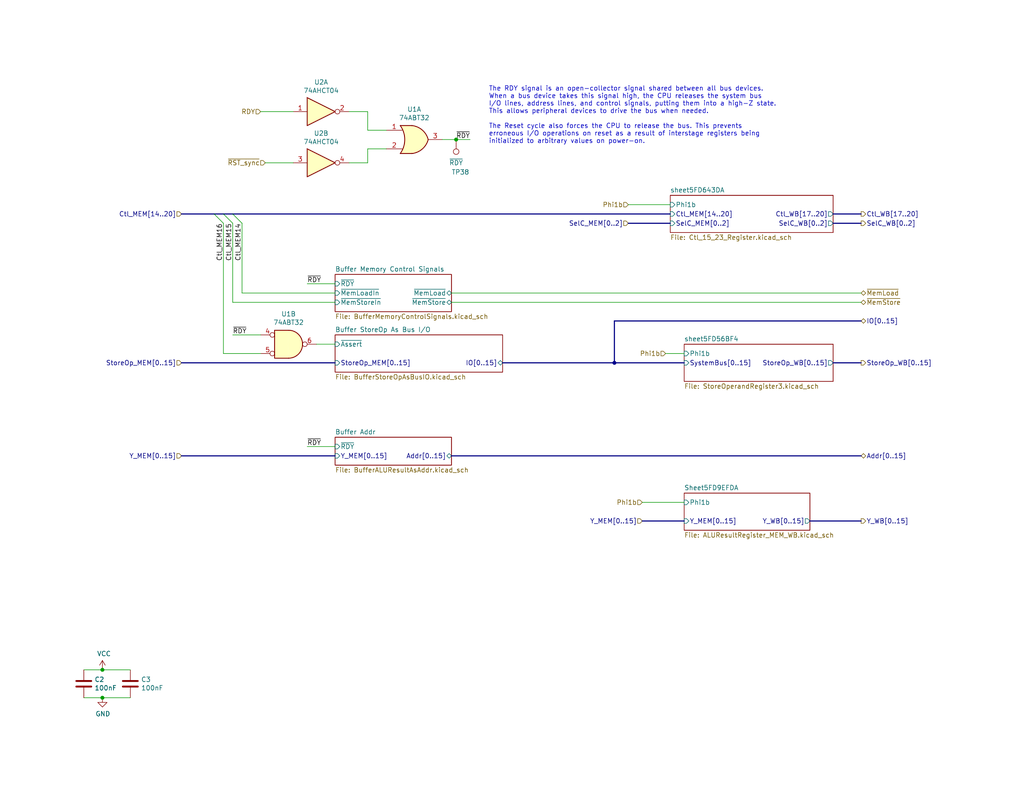
<source format=kicad_sch>
(kicad_sch (version 20230121) (generator eeschema)
  (paper "USLetter")
  (title_block (title "MEM") (date "2023-04-01") (rev "A") (comment 1 "place bus lines into tristate and halt the Phi1 clock.") (comment 2 "Devices on the bus may take the open-collector ~RDY~ signal high to force the CPU to") (comment 3 "These devices connect to the main board via a connector described in another sheet.") (comment 4 "The MEM stage interfaces with memory and memory-mapped peripherals."))
  (lib_symbols
    (symbol "74xx:74LS04"
      (property "Reference" "U" (at 0 1.27 0))
      (property "Value" "74LS04" (at 0 -1.27 0))
      (symbol "74LS04_1_0"
        (polyline (pts (xy -3.81 3.81) (xy -3.81 -3.81) (xy 3.81 0) (xy -3.81 3.81)) (stroke (width 0.254)) (fill (type background)))
        (pin input line (at -7.62 0 0) (length 3.81) (name "~") (number "1"))
        (pin output inverted (at 7.62 0 180) (length 3.81) (name "~") (number "2"))
      )
      (symbol "74LS04_2_0"
        (polyline (pts (xy -3.81 3.81) (xy -3.81 -3.81) (xy 3.81 0) (xy -3.81 3.81)) (stroke (width 0.254)) (fill (type background)))
        (pin input line (at -7.62 0 0) (length 3.81) (name "~") (number "3"))
        (pin output inverted (at 7.62 0 180) (length 3.81) (name "~") (number "4"))
      )
      (symbol "74LS04_3_0"
        (polyline (pts (xy -3.81 3.81) (xy -3.81 -3.81) (xy 3.81 0) (xy -3.81 3.81)) (stroke (width 0.254)) (fill (type background)))
        (pin input line (at -7.62 0 0) (length 3.81) (name "~") (number "5"))
        (pin output inverted (at 7.62 0 180) (length 3.81) (name "~") (number "6"))
      )
      (symbol "74LS04_4_0"
        (polyline (pts (xy -3.81 3.81) (xy -3.81 -3.81) (xy 3.81 0) (xy -3.81 3.81)) (stroke (width 0.254)) (fill (type background)))
        (pin output inverted (at 7.62 0 180) (length 3.81) (name "~") (number "8"))
        (pin input line (at -7.62 0 0) (length 3.81) (name "~") (number "9"))
      )
      (symbol "74LS04_5_0"
        (polyline (pts (xy -3.81 3.81) (xy -3.81 -3.81) (xy 3.81 0) (xy -3.81 3.81)) (stroke (width 0.254)) (fill (type background)))
        (pin output inverted (at 7.62 0 180) (length 3.81) (name "~") (number "10"))
        (pin input line (at -7.62 0 0) (length 3.81) (name "~") (number "11"))
      )
      (symbol "74LS04_6_0"
        (polyline (pts (xy -3.81 3.81) (xy -3.81 -3.81) (xy 3.81 0) (xy -3.81 3.81)) (stroke (width 0.254)) (fill (type background)))
        (pin output inverted (at 7.62 0 180) (length 3.81) (name "~") (number "12"))
        (pin input line (at -7.62 0 0) (length 3.81) (name "~") (number "13"))
      )
      (symbol "74LS04_7_0"
        (pin power_in line (at 0 12.7 270) (length 5.08) (name "VCC") (number "14"))
        (pin power_in line (at 0 -12.7 90) (length 5.08) (name "GND") (number "7"))
      )
      (symbol "74LS04_7_1"
        (rectangle (start -5.08 7.62) (end 5.08 -7.62) (stroke (width 0.254)) (fill (type background)))
      )
    )
    (symbol "74xx:74LS32" (pin_names (offset 1.016))
      (property "Reference" "U" (at 0 1.27 0))
      (property "Value" "74LS32" (at 0 -1.27 0))
      (symbol "74LS32_1_1"
        (arc (start -3.81 -3.81) (mid -2.589 0) (end -3.81 3.81) (stroke (width 0.254)))
        (arc (start -0.6096 -3.81) (mid 2.1842 -2.5851) (end 3.81 0) (stroke (width 0.254)) (fill (type background)))
        (polyline (pts (xy -3.81 -3.81) (xy -0.635 -3.81)) (stroke (width 0.254)) (fill (type background)))
        (polyline (pts (xy -3.81 3.81) (xy -0.635 3.81)) (stroke (width 0.254)) (fill (type background)))
        (polyline (pts (xy -0.635 3.81) (xy -3.81 3.81) (xy -3.81 3.81) (xy -3.556 3.4036) (xy -3.0226 2.2606) (xy -2.6924 1.0414) (xy -2.6162 -0.254) (xy -2.7686 -1.4986) (xy -3.175 -2.7178) (xy -3.81 -3.81) (xy -3.81 -3.81) (xy -0.635 -3.81)) (stroke (width -25.4)) (fill (type background)))
        (arc (start 3.81 0) (mid 2.1915 2.5936) (end -0.6096 3.81) (stroke (width 0.254)) (fill (type background)))
        (pin input line (at -7.62 2.54 0) (length 4.318) (name "~") (number "1"))
        (pin input line (at -7.62 -2.54 0) (length 4.318) (name "~") (number "2"))
        (pin output line (at 7.62 0 180) (length 3.81) (name "~") (number "3"))
      )
      (symbol "74LS32_1_2"
        (arc (start 0 -3.81) (mid 3.7934 0) (end 0 3.81) (stroke (width 0.254)) (fill (type background)))
        (polyline (pts (xy 0 3.81) (xy -3.81 3.81) (xy -3.81 -3.81) (xy 0 -3.81)) (stroke (width 0.254)) (fill (type background)))
        (pin input inverted (at -7.62 2.54 0) (length 3.81) (name "~") (number "1"))
        (pin input inverted (at -7.62 -2.54 0) (length 3.81) (name "~") (number "2"))
        (pin output inverted (at 7.62 0 180) (length 3.81) (name "~") (number "3"))
      )
      (symbol "74LS32_2_1"
        (arc (start -3.81 -3.81) (mid -2.589 0) (end -3.81 3.81) (stroke (width 0.254)))
        (arc (start -0.6096 -3.81) (mid 2.1842 -2.5851) (end 3.81 0) (stroke (width 0.254)) (fill (type background)))
        (polyline (pts (xy -3.81 -3.81) (xy -0.635 -3.81)) (stroke (width 0.254)) (fill (type background)))
        (polyline (pts (xy -3.81 3.81) (xy -0.635 3.81)) (stroke (width 0.254)) (fill (type background)))
        (polyline (pts (xy -0.635 3.81) (xy -3.81 3.81) (xy -3.81 3.81) (xy -3.556 3.4036) (xy -3.0226 2.2606) (xy -2.6924 1.0414) (xy -2.6162 -0.254) (xy -2.7686 -1.4986) (xy -3.175 -2.7178) (xy -3.81 -3.81) (xy -3.81 -3.81) (xy -0.635 -3.81)) (stroke (width -25.4)) (fill (type background)))
        (arc (start 3.81 0) (mid 2.1915 2.5936) (end -0.6096 3.81) (stroke (width 0.254)) (fill (type background)))
        (pin input line (at -7.62 2.54 0) (length 4.318) (name "~") (number "4"))
        (pin input line (at -7.62 -2.54 0) (length 4.318) (name "~") (number "5"))
        (pin output line (at 7.62 0 180) (length 3.81) (name "~") (number "6"))
      )
      (symbol "74LS32_2_2"
        (arc (start 0 -3.81) (mid 3.7934 0) (end 0 3.81) (stroke (width 0.254)) (fill (type background)))
        (polyline (pts (xy 0 3.81) (xy -3.81 3.81) (xy -3.81 -3.81) (xy 0 -3.81)) (stroke (width 0.254)) (fill (type background)))
        (pin input inverted (at -7.62 2.54 0) (length 3.81) (name "~") (number "4"))
        (pin input inverted (at -7.62 -2.54 0) (length 3.81) (name "~") (number "5"))
        (pin output inverted (at 7.62 0 180) (length 3.81) (name "~") (number "6"))
      )
      (symbol "74LS32_3_1"
        (arc (start -3.81 -3.81) (mid -2.589 0) (end -3.81 3.81) (stroke (width 0.254)))
        (arc (start -0.6096 -3.81) (mid 2.1842 -2.5851) (end 3.81 0) (stroke (width 0.254)) (fill (type background)))
        (polyline (pts (xy -3.81 -3.81) (xy -0.635 -3.81)) (stroke (width 0.254)) (fill (type background)))
        (polyline (pts (xy -3.81 3.81) (xy -0.635 3.81)) (stroke (width 0.254)) (fill (type background)))
        (polyline (pts (xy -0.635 3.81) (xy -3.81 3.81) (xy -3.81 3.81) (xy -3.556 3.4036) (xy -3.0226 2.2606) (xy -2.6924 1.0414) (xy -2.6162 -0.254) (xy -2.7686 -1.4986) (xy -3.175 -2.7178) (xy -3.81 -3.81) (xy -3.81 -3.81) (xy -0.635 -3.81)) (stroke (width -25.4)) (fill (type background)))
        (arc (start 3.81 0) (mid 2.1915 2.5936) (end -0.6096 3.81) (stroke (width 0.254)) (fill (type background)))
        (pin input line (at -7.62 -2.54 0) (length 4.318) (name "~") (number "10"))
        (pin output line (at 7.62 0 180) (length 3.81) (name "~") (number "8"))
        (pin input line (at -7.62 2.54 0) (length 4.318) (name "~") (number "9"))
      )
      (symbol "74LS32_3_2"
        (arc (start 0 -3.81) (mid 3.7934 0) (end 0 3.81) (stroke (width 0.254)) (fill (type background)))
        (polyline (pts (xy 0 3.81) (xy -3.81 3.81) (xy -3.81 -3.81) (xy 0 -3.81)) (stroke (width 0.254)) (fill (type background)))
        (pin input inverted (at -7.62 -2.54 0) (length 3.81) (name "~") (number "10"))
        (pin output inverted (at 7.62 0 180) (length 3.81) (name "~") (number "8"))
        (pin input inverted (at -7.62 2.54 0) (length 3.81) (name "~") (number "9"))
      )
      (symbol "74LS32_4_1"
        (arc (start -3.81 -3.81) (mid -2.589 0) (end -3.81 3.81) (stroke (width 0.254)))
        (arc (start -0.6096 -3.81) (mid 2.1842 -2.5851) (end 3.81 0) (stroke (width 0.254)) (fill (type background)))
        (polyline (pts (xy -3.81 -3.81) (xy -0.635 -3.81)) (stroke (width 0.254)) (fill (type background)))
        (polyline (pts (xy -3.81 3.81) (xy -0.635 3.81)) (stroke (width 0.254)) (fill (type background)))
        (polyline (pts (xy -0.635 3.81) (xy -3.81 3.81) (xy -3.81 3.81) (xy -3.556 3.4036) (xy -3.0226 2.2606) (xy -2.6924 1.0414) (xy -2.6162 -0.254) (xy -2.7686 -1.4986) (xy -3.175 -2.7178) (xy -3.81 -3.81) (xy -3.81 -3.81) (xy -0.635 -3.81)) (stroke (width -25.4)) (fill (type background)))
        (arc (start 3.81 0) (mid 2.1915 2.5936) (end -0.6096 3.81) (stroke (width 0.254)) (fill (type background)))
        (pin output line (at 7.62 0 180) (length 3.81) (name "~") (number "11"))
        (pin input line (at -7.62 2.54 0) (length 4.318) (name "~") (number "12"))
        (pin input line (at -7.62 -2.54 0) (length 4.318) (name "~") (number "13"))
      )
      (symbol "74LS32_4_2"
        (arc (start 0 -3.81) (mid 3.7934 0) (end 0 3.81) (stroke (width 0.254)) (fill (type background)))
        (polyline (pts (xy 0 3.81) (xy -3.81 3.81) (xy -3.81 -3.81) (xy 0 -3.81)) (stroke (width 0.254)) (fill (type background)))
        (pin output inverted (at 7.62 0 180) (length 3.81) (name "~") (number "11"))
        (pin input inverted (at -7.62 2.54 0) (length 3.81) (name "~") (number "12"))
        (pin input inverted (at -7.62 -2.54 0) (length 3.81) (name "~") (number "13"))
      )
      (symbol "74LS32_5_0"
        (pin power_in line (at 0 12.7 270) (length 5.08) (name "VCC") (number "14"))
        (pin power_in line (at 0 -12.7 90) (length 5.08) (name "GND") (number "7"))
      )
      (symbol "74LS32_5_1"
        (rectangle (start -5.08 7.62) (end 5.08 -7.62) (stroke (width 0.254)) (fill (type background)))
      )
    )
    (symbol "Connector:TestPoint" (pin_numbers hide) (pin_names (offset 0.762) hide)
      (property "Reference" "TP" (at 0 6.858 0))
      (property "Value" "TestPoint" (at 0 5.08 0))
      (symbol "TestPoint_0_1"
        (circle (center 0 3.302) (radius 0.762))
      )
      (symbol "TestPoint_1_1"
        (pin passive line (at 0 0 90) (length 2.54) (name "1") (number "1"))
      )
    )
    (symbol "Device:C" (pin_numbers hide) (pin_names (offset 0.254))
      (property "Reference" "C" (at 0.635 2.54 0))
      (property "Value" "C" (at 0.635 -2.54 0))
      (symbol "C_0_1"
        (polyline (pts (xy -2.032 -0.762) (xy 2.032 -0.762)) (stroke (width 0.508)))
        (polyline (pts (xy -2.032 0.762) (xy 2.032 0.762)) (stroke (width 0.508)))
      )
      (symbol "C_1_1"
        (pin passive line (at 0 3.81 270) (length 2.794) (name "~") (number "1"))
        (pin passive line (at 0 -3.81 90) (length 2.794) (name "~") (number "2"))
      )
    )
    (symbol "power:GND" (power) (pin_names (offset 0))
      (property "Value" "GND" (at 0 -3.81 0))
      (symbol "GND_0_1"
        (polyline (pts (xy 0 0) (xy 0 -1.27) (xy 1.27 -1.27) (xy 0 -2.54) (xy -1.27 -1.27) (xy 0 -1.27)))
      )
      (symbol "GND_1_1"
        (pin power_in line (at 0 0 270) (length 0) hide (name "GND") (number "1"))
      )
    )
    (symbol "power:VCC" (power) (pin_names (offset 0))
      (property "Value" "VCC" (at 0 3.81 0))
      (symbol "VCC_0_1"
        (polyline (pts (xy -0.762 1.27) (xy 0 2.54)))
        (polyline (pts (xy 0 0) (xy 0 2.54)))
        (polyline (pts (xy 0 2.54) (xy 0.762 1.27)))
      )
      (symbol "VCC_1_1"
        (pin power_in line (at 0 0 90) (length 0) hide (name "VCC") (number "1"))
      )
    )
  )
  (junction (at 27.94 190.5))
  (junction (at -21.59 107.95))
  (junction (at -44.45 146.05))
  (junction (at -21.59 133.35))
  (junction (at -44.45 130.81))
  (junction (at 167.64 99.06))
  (junction (at -21.59 120.65))
  (junction (at -21.59 146.05))
  (junction (at -44.45 140.97))
  (junction (at -44.45 125.73))
  (junction (at 124.46 38.1))
  (junction (at 27.94 182.88))
  (no_connect (at -6.35 146.05))
  (no_connect (at -6.35 107.95))
  (no_connect (at -26.67 128.27))
  (no_connect (at -6.35 133.35))
  (no_connect (at -26.67 143.51))
  (no_connect (at -6.35 120.65))
  (bus_entry (at 58.42 58.42) (size 2.54 2.54))
  (bus_entry (at 63.5 58.42) (size 2.54 2.54))
  (bus_entry (at 60.96 58.42) (size 2.54 2.54))
  (bus (pts (xy 234.95 99.06) (xy 227.33 99.06)))
  (wire (pts (xy 181.61 96.52) (xy 186.69 96.52)))
  (wire (pts (xy -21.59 120.65) (xy -21.59 133.35)))
  (bus (pts (xy 234.95 142.24) (xy 220.98 142.24)))
  (wire (pts (xy 27.94 182.88) (xy 35.56 182.88)))
  (bus (pts (xy 63.5 58.42) (xy 182.88 58.42)))
  (wire (pts (xy 35.56 190.5) (xy 27.94 190.5)))
  (wire (pts (xy -44.45 130.81) (xy -44.45 140.97)))
  (wire (pts (xy 60.96 60.96) (xy 60.96 96.52)))
  (wire (pts (xy 124.46 38.1) (xy 120.65 38.1)))
  (wire (pts (xy 66.04 60.96) (xy 66.04 80.01)))
  (wire (pts (xy -44.45 121.92) (xy -44.45 125.73)))
  (bus (pts (xy 227.33 58.42) (xy 234.95 58.42)))
  (wire (pts (xy -44.45 146.05) (xy -44.45 152.4)))
  (wire (pts (xy 171.45 55.88) (xy 182.88 55.88)))
  (bus (pts (xy 123.19 124.46) (xy 234.95 124.46)))
  (wire (pts (xy -21.59 179.07) (xy -21.59 180.34)))
  (wire (pts (xy 60.96 96.52) (xy 71.12 96.52)))
  (wire (pts (xy -44.45 125.73) (xy -44.45 130.81)))
  (wire (pts (xy -44.45 179.07) (xy -44.45 177.8)))
  (wire (pts (xy 128.27 38.1) (xy 124.46 38.1)))
  (wire (pts (xy 71.12 30.48) (xy 80.01 30.48)))
  (bus (pts (xy 167.64 87.63) (xy 167.64 99.06)))
  (wire (pts (xy -41.91 125.73) (xy -44.45 125.73)))
  (wire (pts (xy 66.04 80.01) (xy 91.44 80.01)))
  (wire (pts (xy 63.5 91.44) (xy 71.12 91.44)))
  (bus (pts (xy 167.64 99.06) (xy 186.69 99.06)))
  (bus (pts (xy 49.53 58.42) (xy 58.42 58.42)))
  (bus (pts (xy 167.64 87.63) (xy 234.95 87.63)))
  (wire (pts (xy -41.91 146.05) (xy -44.45 146.05)))
  (wire (pts (xy -41.91 130.81) (xy -44.45 130.81)))
  (wire (pts (xy 63.5 60.96) (xy 63.5 82.55)))
  (bus (pts (xy 175.26 142.24) (xy 186.69 142.24)))
  (bus (pts (xy 58.42 58.42) (xy 60.96 58.42)))
  (wire (pts (xy 83.82 121.92) (xy 91.44 121.92)))
  (wire (pts (xy -21.59 133.35) (xy -21.59 146.05)))
  (bus (pts (xy 60.96 58.42) (xy 63.5 58.42)))
  (bus (pts (xy 182.88 60.96) (xy 171.45 60.96)))
  (bus (pts (xy 137.16 99.06) (xy 167.64 99.06)))
  (wire (pts (xy -44.45 140.97) (xy -44.45 146.05)))
  (wire (pts (xy -21.59 146.05) (xy -21.59 153.67)))
  (bus (pts (xy 49.53 124.46) (xy 91.44 124.46)))
  (bus (pts (xy 227.33 60.96) (xy 234.95 60.96)))
  (wire (pts (xy -21.59 97.79) (xy -21.59 107.95)))
  (bus (pts (xy 49.53 99.06) (xy 91.44 99.06)))
  (wire (pts (xy 100.33 30.48) (xy 100.33 35.56)))
  (wire (pts (xy 80.01 44.45) (xy 72.39 44.45)))
  (wire (pts (xy -21.59 107.95) (xy -21.59 120.65)))
  (wire (pts (xy 86.36 93.98) (xy 91.44 93.98)))
  (wire (pts (xy 234.95 82.55) (xy 123.19 82.55)))
  (wire (pts (xy 123.19 80.01) (xy 234.95 80.01)))
  (wire (pts (xy 27.94 190.5) (xy 22.86 190.5)))
  (wire (pts (xy 63.5 82.55) (xy 91.44 82.55)))
  (wire (pts (xy 100.33 44.45) (xy 95.25 44.45)))
  (wire (pts (xy 95.25 30.48) (xy 100.33 30.48)))
  (wire (pts (xy -41.91 140.97) (xy -44.45 140.97)))
  (wire (pts (xy 83.82 77.47) (xy 91.44 77.47)))
  (wire (pts (xy 100.33 35.56) (xy 105.41 35.56)))
  (wire (pts (xy 175.26 137.16) (xy 186.69 137.16)))
  (wire (pts (xy 105.41 40.64) (xy 100.33 40.64)))
  (wire (pts (xy 100.33 40.64) (xy 100.33 44.45)))
  (wire (pts (xy 22.86 182.88) (xy 27.94 182.88)))
  (text "The RDY signal is an open-collector signal shared between all bus devices.\nWhen a bus device takes this signal high, the CPU releases the system bus\nI/O lines, address lines, and control signals, putting them into a high-Z state.\nThis allows peripheral devices to drive the bus when needed.\n\nThe Reset cycle also forces the CPU to release the bus. This prevents\nerroneous I/O operations on reset as a result of interstage registers being\ninitialized to arbitrary values on power-on." (at 133.35 39.37 0) (effects (font (size 1.27 1.27)) (justify left bottom)))
  (label "Ctl_MEM15" (at 63.5 60.96 270))
  (label "Ctl_MEM14" (at 66.04 60.96 270))
  (label "~{RDY}" (at 83.82 77.47 0))
  (label "Ctl_MEM16" (at 60.96 60.96 270))
  (label "~{RDY}" (at 83.82 121.92 0))
  (label "~{RDY}" (at 128.27 38.1 180))
  (label "~{RDY}" (at 63.5 91.44 0))
  (hierarchical_label "Phi1b" (shape input) (at 175.26 137.16 180))
  (hierarchical_label "Phi1b" (shape input) (at 181.61 96.52 180))
  (hierarchical_label "Y_WB[0..15]" (shape output) (at 234.95 142.24 0))
  (hierarchical_label "~{MemStore}" (shape tri_state) (at 234.95 82.55 0))
  (hierarchical_label "Y_MEM[0..15]" (shape input) (at 175.26 142.24 180))
  (hierarchical_label "Y_MEM[0..15]" (shape input) (at 49.53 124.46 180))
  (hierarchical_label "~{RST_sync}" (shape input) (at 72.39 44.45 180))
  (hierarchical_label "Phi1b" (shape input) (at 171.45 55.88 180))
  (hierarchical_label "IO[0..15]" (shape tri_state) (at 234.95 87.63 0))
  (hierarchical_label "RDY" (shape input) (at 71.12 30.48 180))
  (hierarchical_label "Ctl_WB[17..20]" (shape output) (at 234.95 58.42 0))
  (hierarchical_label "Ctl_MEM[14..20]" (shape input) (at 49.53 58.42 180))
  (hierarchical_label "StoreOp_WB[0..15]" (shape output) (at 234.95 99.06 0))
  (hierarchical_label "~{MemLoad}" (shape tri_state) (at 234.95 80.01 0))
  (hierarchical_label "SelC_WB[0..2]" (shape output) (at 234.95 60.96 0))
  (hierarchical_label "Addr[0..15]" (shape tri_state) (at 234.95 124.46 0))
  (hierarchical_label "SelC_MEM[0..2]" (shape input) (at 171.45 60.96 180))
  (hierarchical_label "StoreOp_MEM[0..15]" (shape input) (at 49.53 99.06 180))
  (symbol (lib_id "74xx:74LS04") (at 87.63 30.48 0) (unit 1)
    (property "Reference" "U2" (at 87.63 22.4282 0))
    (property "Value" "74AHCT04" (at 87.63 24.7396 0))
    (property "Footprint" "Package_SO:TSSOP-14_4.4x5mm_P0.65mm" (effects hide))
    (property "Datasheet" "http://www.ti.com/lit/gpn/sn74LS04" (effects hide))
    (property "Mouser" "https://www.mouser.com/ProductDetail/771-AHCT04PW112" (effects hide))
  )
  (symbol (lib_id "74xx:74LS04") (at -21.59 166.37 0) (unit 7)
    (property "Reference" "U2" (at -21.59 165.1 0))
    (property "Value" "74AHCT04" (at -21.59 167.64 0))
    (property "Footprint" "Package_SO:TSSOP-14_4.4x5mm_P0.65mm" (effects hide))
    (property "Datasheet" "http://www.ti.com/lit/gpn/sn74LS04" (effects hide))
    (property "Mouser" "https://www.mouser.com/ProductDetail/771-AHCT04PW112" (effects hide))
  )
  (symbol (lib_id "74xx:74LS04") (at -13.97 146.05 0) (unit 6)
    (property "Reference" "U2" (at -13.97 137.9982 0))
    (property "Value" "74AHCT04" (at -13.97 140.3096 0))
    (property "Footprint" "Package_SO:TSSOP-14_4.4x5mm_P0.65mm" (effects hide))
    (property "Datasheet" "http://www.ti.com/lit/gpn/sn74LS04" (effects hide))
    (property "Mouser" "https://www.mouser.com/ProductDetail/771-AHCT04PW112" (effects hide))
  )
  (symbol (lib_id "74xx:74LS04") (at -13.97 133.35 0) (unit 5)
    (property "Reference" "U2" (at -13.97 125.2982 0))
    (property "Value" "74AHCT04" (at -13.97 127.6096 0))
    (property "Footprint" "Package_SO:TSSOP-14_4.4x5mm_P0.65mm" (effects hide))
    (property "Datasheet" "http://www.ti.com/lit/gpn/sn74LS04" (effects hide))
    (property "Mouser" "https://www.mouser.com/ProductDetail/771-AHCT04PW112" (effects hide))
  )
  (symbol (lib_id "74xx:74LS04") (at -13.97 120.65 0) (unit 4)
    (property "Reference" "U2" (at -13.97 112.5982 0))
    (property "Value" "74AHCT04" (at -13.97 114.9096 0))
    (property "Footprint" "Package_SO:TSSOP-14_4.4x5mm_P0.65mm" (effects hide))
    (property "Datasheet" "http://www.ti.com/lit/gpn/sn74LS04" (effects hide))
    (property "Mouser" "https://www.mouser.com/ProductDetail/771-AHCT04PW112" (effects hide))
  )
  (symbol (lib_id "74xx:74LS04") (at -13.97 107.95 0) (unit 3)
    (property "Reference" "U2" (at -13.97 99.8982 0))
    (property "Value" "74AHCT04" (at -13.97 102.2096 0))
    (property "Footprint" "Package_SO:TSSOP-14_4.4x5mm_P0.65mm" (effects hide))
    (property "Datasheet" "http://www.ti.com/lit/gpn/sn74LS04" (effects hide))
    (property "Mouser" "https://www.mouser.com/ProductDetail/771-AHCT04PW112" (effects hide))
  )
  (symbol (lib_id "power:VCC") (at -21.59 97.79 0) (unit 1)
    (property "Reference" "#PWR071" (effects hide))
    (property "Value" "VCC" (at -21.1582 93.3958 0))
  )
  (symbol (lib_id "power:GND") (at -21.59 180.34 0) (mirror y) (unit 1)
    (property "Reference" "#PWR072" (effects hide))
    (property "Value" "GND" (at -21.717 184.7342 0))
  )
  (symbol (lib_id "74xx:74LS04") (at 87.63 44.45 0) (unit 2)
    (property "Reference" "U2" (at 87.63 36.3982 0))
    (property "Value" "74AHCT04" (at 87.63 38.7096 0))
    (property "Footprint" "Package_SO:TSSOP-14_4.4x5mm_P0.65mm" (effects hide))
    (property "Datasheet" "http://www.ti.com/lit/gpn/sn74LS04" (effects hide))
    (property "Mouser" "https://www.mouser.com/ProductDetail/771-AHCT04PW112" (effects hide))
  )
  (symbol (lib_id "power:GND") (at 27.94 190.5 0) (unit 1)
    (property "Reference" "#PWR074" (effects hide))
    (property "Value" "GND" (at 28.067 194.8942 0))
  )
  (symbol (lib_id "power:VCC") (at 27.94 182.88 0) (unit 1)
    (property "Reference" "#PWR073" (effects hide))
    (property "Value" "VCC" (at 28.3718 178.4858 0))
  )
  (symbol (lib_id "Device:C") (at 22.86 186.69 0) (unit 1)
    (property "Reference" "C2" (at 25.781 185.5216 0) (effects (justify left)))
    (property "Value" "100nF" (at 25.781 187.833 0) (effects (justify left)))
    (property "Footprint" "Capacitor_SMD:C_0603_1608Metric_Pad1.08x0.95mm_HandSolder" (effects hide))
    (property "Mouser" "https://www.mouser.com/ProductDetail/963-EMK107B7104KAHT" (effects hide))
  )
  (symbol (lib_id "power:VCC") (at -44.45 121.92 0) (unit 1)
    (property "Reference" "#PWR069" (effects hide))
    (property "Value" "VCC" (at -44.0182 117.5258 0))
  )
  (symbol (lib_id "power:GND") (at -44.45 179.07 0) (unit 1)
    (property "Reference" "#PWR070" (effects hide))
    (property "Value" "GND" (at -44.323 183.4642 0))
  )
  (symbol (lib_id "74xx:74LS32") (at 78.74 93.98 0) (unit 2) (convert 2)
    (property "Reference" "U1" (at 78.74 85.725 0))
    (property "Value" "74ABT32" (at 78.74 88.0364 0))
    (property "Footprint" "Package_SO:TSSOP-14_4.4x5mm_P0.65mm" (effects hide))
    (property "Datasheet" "http://www.ti.com/lit/gpn/sn74LS32" (effects hide))
    (property "Mouser" "https://www.mouser.com/ProductDetail/Nexperia/74ABT32PW118?qs=P62ublwmbi%2FkuIVV181WGQ%3D%3D" (effects hide))
  )
  (symbol (lib_id "74xx:74LS32") (at -34.29 128.27 0) (unit 3)
    (property "Reference" "U1" (at -34.29 120.015 0))
    (property "Value" "74ABT32" (at -34.29 122.3264 0))
    (property "Footprint" "Package_SO:TSSOP-14_4.4x5mm_P0.65mm" (effects hide))
    (property "Datasheet" "http://www.ti.com/lit/gpn/sn74LS32" (effects hide))
    (property "Mouser" "https://www.mouser.com/ProductDetail/Nexperia/74ABT32PW118?qs=P62ublwmbi%2FkuIVV181WGQ%3D%3D" (effects hide))
  )
  (symbol (lib_id "74xx:74LS32") (at -34.29 143.51 0) (unit 4)
    (property "Reference" "U1" (at -34.29 135.255 0))
    (property "Value" "74ABT32" (at -34.29 137.5664 0))
    (property "Footprint" "Package_SO:TSSOP-14_4.4x5mm_P0.65mm" (effects hide))
    (property "Datasheet" "http://www.ti.com/lit/gpn/sn74LS32" (effects hide))
    (property "Mouser" "https://www.mouser.com/ProductDetail/Nexperia/74ABT32PW118?qs=P62ublwmbi%2FkuIVV181WGQ%3D%3D" (effects hide))
  )
  (symbol (lib_id "74xx:74LS32") (at -44.45 165.1 0) (unit 5)
    (property "Reference" "U1" (at -38.608 163.9316 0) (effects (justify left)))
    (property "Value" "74ABT32" (at -38.608 166.243 0) (effects (justify left)))
    (property "Footprint" "Package_SO:TSSOP-14_4.4x5mm_P0.65mm" (effects hide))
    (property "Datasheet" "http://www.ti.com/lit/gpn/sn74LS32" (effects hide))
    (property "Mouser" "https://www.mouser.com/ProductDetail/Nexperia/74ABT32PW118?qs=P62ublwmbi%2FkuIVV181WGQ%3D%3D" (effects hide))
  )
  (symbol (lib_id "74xx:74LS32") (at 113.03 38.1 0) (unit 1)
    (property "Reference" "U1" (at 113.03 29.845 0))
    (property "Value" "74ABT32" (at 113.03 32.1564 0))
    (property "Footprint" "Package_SO:TSSOP-14_4.4x5mm_P0.65mm" (effects hide))
    (property "Datasheet" "http://www.ti.com/lit/gpn/sn74LS32" (effects hide))
    (property "Mouser" "https://www.mouser.com/ProductDetail/Nexperia/74ABT32PW118?qs=P62ublwmbi%2FkuIVV181WGQ%3D%3D" (effects hide))
  )
  (symbol (lib_id "Device:C") (at 35.56 186.69 0) (unit 1)
    (property "Reference" "C3" (at 38.481 185.5216 0) (effects (justify left)))
    (property "Value" "100nF" (at 38.481 187.833 0) (effects (justify left)))
    (property "Footprint" "Capacitor_SMD:C_0603_1608Metric_Pad1.08x0.95mm_HandSolder" (effects hide))
    (property "Mouser" "https://www.mouser.com/ProductDetail/963-EMK107B7104KAHT" (effects hide))
  )
  (symbol (lib_id "Connector:TestPoint") (at 124.46 38.1 0) (mirror x) (unit 1)
    (property "Reference" "TP38" (at 123.19 46.99 0) (effects (justify left)))
    (property "Value" "~{RDY}" (at 124.46 44.45 0))
    (property "Footprint" "TestPoint:TestPoint_Pad_D1.0mm" (effects hide))
  )
  (sheet (at 91.44 74.93) (size 31.75 10.16)
    (property "Sheetname" "Buffer Memory Control Signals" (at 91.44 74.2184 0) (effects (justify left bottom)))
    (property "Sheetfile" "BufferMemoryControlSignals.kicad_sch" (at 91.44 85.6746 0) (effects (justify left top)))
    (pin "~{MemLoadIn}" input (at 91.44 80.01 180))
    (pin "~{MemStoreIn}" input (at 91.44 82.55 180))
    (pin "~{MemLoad}" tri_state (at 123.19 80.01 0))
    (pin "~{MemStore}" tri_state (at 123.19 82.55 0))
    (pin "~{RDY}" input (at 91.44 77.47 180))
  )
  (sheet (at 91.44 119.38) (size 31.75 7.62)
    (property "Sheetname" "Buffer Addr" (at 91.44 118.6684 0) (effects (justify left bottom)))
    (property "Sheetfile" "BufferALUResultAsAddr.kicad_sch" (at 91.44 127.5846 0) (effects (justify left top)))
    (pin "~{RDY}" input (at 91.44 121.92 180))
    (pin "Addr[0..15]" tri_state (at 123.19 124.46 0))
    (pin "Y_MEM[0..15]" input (at 91.44 124.46 180))
  )
  (sheet (at 186.69 93.98) (size 40.64 10.16)
    (property "Sheetname" "sheet5FD56BF4" (at 186.69 93.2684 0) (effects (justify left bottom)))
    (property "Sheetfile" "StoreOperandRegister3.kicad_sch" (at 186.69 104.7246 0) (effects (justify left top)))
    (pin "SystemBus[0..15]" input (at 186.69 99.06 180))
    (pin "StoreOp_WB[0..15]" output (at 227.33 99.06 0))
    (pin "Phi1b" input (at 186.69 96.52 180))
  )
  (sheet (at 182.88 53.34) (size 44.45 10.16)
    (property "Sheetname" "sheet5FD643DA" (at 182.88 52.6284 0) (effects (justify left bottom)))
    (property "Sheetfile" "Ctl_15_23_Register.kicad_sch" (at 182.88 64.0846 0) (effects (justify left top)))
    (pin "SelC_MEM[0..2]" input (at 182.88 60.96 180))
    (pin "SelC_WB[0..2]" output (at 227.33 60.96 0))
    (pin "Ctl_WB[17..20]" output (at 227.33 58.42 0))
    (pin "Ctl_MEM[14..20]" input (at 182.88 58.42 180))
    (pin "Phi1b" input (at 182.88 55.88 180))
  )
  (sheet (at 186.69 134.62) (size 34.29 10.16)
    (property "Sheetname" "Sheet5FD9EFDA" (at 186.69 133.9084 0) (effects (justify left bottom)))
    (property "Sheetfile" "ALUResultRegister_MEM_WB.kicad_sch" (at 186.69 145.3646 0) (effects (justify left top)))
    (pin "Y_MEM[0..15]" input (at 186.69 142.24 180))
    (pin "Y_WB[0..15]" output (at 220.98 142.24 0))
    (pin "Phi1b" input (at 186.69 137.16 180))
  )
  (sheet (at 91.44 91.44) (size 45.72 10.16)
    (property "Sheetname" "Buffer StoreOp As Bus I/O" (at 91.44 90.7284 0) (effects (justify left bottom)))
    (property "Sheetfile" "BufferStoreOpAsBusIO.kicad_sch" (at 91.44 102.1846 0) (effects (justify left top)))
    (pin "IO[0..15]" tri_state (at 137.16 99.06 0))
    (pin "StoreOp_MEM[0..15]" input (at 91.44 99.06 180))
    (pin "~{Assert}" input (at 91.44 93.98 180))
  )
)
</source>
